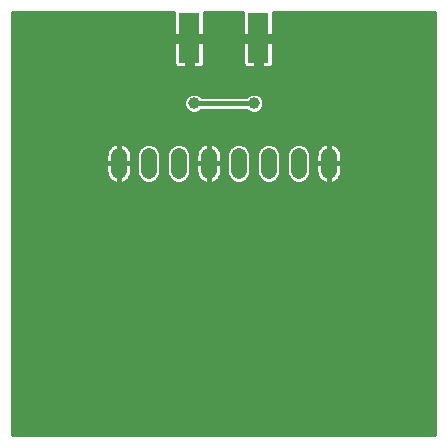
<source format=gbl>
G75*
%MOIN*%
%OFA0B0*%
%FSLAX24Y24*%
%IPPOS*%
%LPD*%
%AMOC8*
5,1,8,0,0,1.08239X$1,22.5*
%
%ADD10R,0.0700X0.1650*%
%ADD11C,0.0520*%
%ADD12C,0.0396*%
%ADD13C,0.0160*%
D10*
X006530Y013847D03*
X008830Y013847D03*
D11*
X009180Y009940D02*
X009180Y009420D01*
X008180Y009420D02*
X008180Y009940D01*
X007180Y009940D02*
X007180Y009420D01*
X006180Y009420D02*
X006180Y009940D01*
X005180Y009940D02*
X005180Y009420D01*
X004180Y009420D02*
X004180Y009940D01*
X010180Y009940D02*
X010180Y009420D01*
X011180Y009420D02*
X011180Y009940D01*
D12*
X008680Y011680D03*
X006680Y011680D03*
X001180Y014180D03*
X001180Y007680D03*
X001180Y001180D03*
X014180Y001180D03*
X014180Y007680D03*
X014180Y014180D03*
D13*
X000660Y014700D02*
X000660Y000660D01*
X014700Y000660D01*
X014700Y014700D01*
X009359Y014700D01*
X009360Y014696D01*
X009360Y013927D01*
X008910Y013927D01*
X008910Y013767D01*
X008910Y012842D01*
X009204Y012842D01*
X009249Y012854D01*
X009291Y012878D01*
X009324Y012912D01*
X009348Y012953D01*
X009360Y012998D01*
X009360Y013767D01*
X008910Y013767D01*
X008750Y013767D01*
X008750Y012842D01*
X008456Y012842D01*
X008411Y012854D01*
X008369Y012878D01*
X008336Y012912D01*
X008312Y012953D01*
X008300Y012998D01*
X008300Y013767D01*
X008750Y013767D01*
X008750Y013927D01*
X008300Y013927D01*
X008300Y014696D01*
X008301Y014700D01*
X007059Y014700D01*
X007060Y014696D01*
X007060Y013927D01*
X006610Y013927D01*
X006610Y013767D01*
X006610Y012842D01*
X006904Y012842D01*
X006949Y012854D01*
X006991Y012878D01*
X007024Y012912D01*
X007048Y012953D01*
X007060Y012998D01*
X007060Y013767D01*
X006610Y013767D01*
X006450Y013767D01*
X006450Y012842D01*
X006156Y012842D01*
X006111Y012854D01*
X006069Y012878D01*
X006036Y012912D01*
X006012Y012953D01*
X006000Y012998D01*
X006000Y013767D01*
X006450Y013767D01*
X006450Y013927D01*
X006000Y013927D01*
X006000Y014696D01*
X006001Y014700D01*
X000660Y014700D01*
X000660Y014604D02*
X006000Y014604D01*
X006000Y014445D02*
X000660Y014445D01*
X000660Y014287D02*
X006000Y014287D01*
X006000Y014128D02*
X000660Y014128D01*
X000660Y013970D02*
X006000Y013970D01*
X006000Y013653D02*
X000660Y013653D01*
X000660Y013811D02*
X006450Y013811D01*
X006450Y013653D02*
X006610Y013653D01*
X006610Y013811D02*
X008750Y013811D01*
X008750Y013653D02*
X008910Y013653D01*
X008910Y013811D02*
X014700Y013811D01*
X014700Y013653D02*
X009360Y013653D01*
X009360Y013494D02*
X014700Y013494D01*
X014700Y013336D02*
X009360Y013336D01*
X009360Y013177D02*
X014700Y013177D01*
X014700Y013019D02*
X009360Y013019D01*
X009259Y012860D02*
X014700Y012860D01*
X014700Y012702D02*
X000660Y012702D01*
X000660Y012860D02*
X006101Y012860D01*
X006000Y013019D02*
X000660Y013019D01*
X000660Y013177D02*
X006000Y013177D01*
X006000Y013336D02*
X000660Y013336D01*
X000660Y013494D02*
X006000Y013494D01*
X006450Y013494D02*
X006610Y013494D01*
X006610Y013336D02*
X006450Y013336D01*
X006450Y013177D02*
X006610Y013177D01*
X006610Y013019D02*
X006450Y013019D01*
X006450Y012860D02*
X006610Y012860D01*
X006959Y012860D02*
X008401Y012860D01*
X008300Y013019D02*
X007060Y013019D01*
X007060Y013177D02*
X008300Y013177D01*
X008300Y013336D02*
X007060Y013336D01*
X007060Y013494D02*
X008300Y013494D01*
X008300Y013653D02*
X007060Y013653D01*
X007060Y013970D02*
X008300Y013970D01*
X008300Y014128D02*
X007060Y014128D01*
X007060Y014287D02*
X008300Y014287D01*
X008300Y014445D02*
X007060Y014445D01*
X007060Y014604D02*
X008300Y014604D01*
X009360Y014604D02*
X014700Y014604D01*
X014700Y014445D02*
X009360Y014445D01*
X009360Y014287D02*
X014700Y014287D01*
X014700Y014128D02*
X009360Y014128D01*
X009360Y013970D02*
X014700Y013970D01*
X014700Y012543D02*
X000660Y012543D01*
X000660Y012385D02*
X014700Y012385D01*
X014700Y012226D02*
X000660Y012226D01*
X000660Y012068D02*
X014700Y012068D01*
X014700Y011909D02*
X008957Y011909D01*
X008984Y011883D02*
X008883Y011984D01*
X008751Y012038D01*
X008609Y012038D01*
X008477Y011984D01*
X008414Y011920D01*
X006946Y011920D01*
X006883Y011984D01*
X006751Y012038D01*
X006609Y012038D01*
X006477Y011984D01*
X006376Y011883D01*
X006322Y011751D01*
X006322Y011609D01*
X006376Y011477D01*
X006477Y011376D01*
X006609Y011322D01*
X006751Y011322D01*
X006883Y011376D01*
X006946Y011440D01*
X008414Y011440D01*
X008477Y011376D01*
X008609Y011322D01*
X008751Y011322D01*
X008883Y011376D01*
X008984Y011477D01*
X009038Y011609D01*
X009038Y011751D01*
X008984Y011883D01*
X009038Y011751D02*
X014700Y011751D01*
X014700Y011592D02*
X009031Y011592D01*
X008940Y011434D02*
X014700Y011434D01*
X014700Y011275D02*
X000660Y011275D01*
X000660Y011117D02*
X014700Y011117D01*
X014700Y010958D02*
X000660Y010958D01*
X000660Y010800D02*
X014700Y010800D01*
X014700Y010641D02*
X000660Y010641D01*
X000660Y010483D02*
X014700Y010483D01*
X014700Y010324D02*
X011396Y010324D01*
X011411Y010316D02*
X011349Y010348D01*
X011283Y010369D01*
X011215Y010380D01*
X011180Y010380D01*
X011180Y009680D01*
X011620Y009680D01*
X011620Y009975D01*
X011609Y010043D01*
X011588Y010109D01*
X011556Y010171D01*
X011516Y010227D01*
X011467Y010276D01*
X011411Y010316D01*
X011559Y010166D02*
X014700Y010166D01*
X014700Y010007D02*
X011615Y010007D01*
X011620Y009849D02*
X014700Y009849D01*
X014700Y009690D02*
X011620Y009690D01*
X011620Y009680D02*
X011180Y009680D01*
X011180Y009680D01*
X011180Y009680D01*
X011180Y008980D01*
X011215Y008980D01*
X011283Y008991D01*
X011349Y009012D01*
X011411Y009044D01*
X011467Y009084D01*
X011516Y009133D01*
X011556Y009189D01*
X011588Y009251D01*
X011609Y009317D01*
X011620Y009385D01*
X011620Y009680D01*
X011620Y009532D02*
X014700Y009532D01*
X014700Y009373D02*
X011618Y009373D01*
X011569Y009215D02*
X014700Y009215D01*
X014700Y009056D02*
X011428Y009056D01*
X011180Y009056D02*
X011180Y009056D01*
X011180Y008980D02*
X011180Y009680D01*
X011180Y009680D01*
X011180Y009680D01*
X010740Y009680D01*
X010740Y009975D01*
X010751Y010043D01*
X010772Y010109D01*
X010804Y010171D01*
X010844Y010227D01*
X010893Y010276D01*
X010949Y010316D01*
X011011Y010348D01*
X011077Y010369D01*
X011145Y010380D01*
X011180Y010380D01*
X011180Y009680D01*
X010740Y009680D01*
X010740Y009385D01*
X010751Y009317D01*
X010772Y009251D01*
X010804Y009189D01*
X010844Y009133D01*
X010893Y009084D01*
X010949Y009044D01*
X011011Y009012D01*
X011077Y008991D01*
X011145Y008980D01*
X011180Y008980D01*
X011180Y009215D02*
X011180Y009215D01*
X010932Y009056D02*
X010399Y009056D01*
X010418Y009064D02*
X010536Y009182D01*
X010600Y009336D01*
X010600Y010024D01*
X010536Y010178D01*
X010418Y010296D01*
X010264Y010360D01*
X010096Y010360D01*
X009942Y010296D01*
X009824Y010178D01*
X009760Y010024D01*
X009760Y009336D01*
X009824Y009182D01*
X009942Y009064D01*
X010096Y009000D01*
X010264Y009000D01*
X010418Y009064D01*
X010549Y009215D02*
X010791Y009215D01*
X010742Y009373D02*
X010600Y009373D01*
X010600Y009532D02*
X010740Y009532D01*
X010740Y009690D02*
X010600Y009690D01*
X010600Y009849D02*
X010740Y009849D01*
X010745Y010007D02*
X010600Y010007D01*
X010541Y010166D02*
X010801Y010166D01*
X010964Y010324D02*
X010350Y010324D01*
X010010Y010324D02*
X009350Y010324D01*
X009418Y010296D02*
X009264Y010360D01*
X009096Y010360D01*
X008942Y010296D01*
X008824Y010178D01*
X008760Y010024D01*
X008760Y009336D01*
X008824Y009182D01*
X008942Y009064D01*
X009096Y009000D01*
X009264Y009000D01*
X009418Y009064D01*
X009536Y009182D01*
X009600Y009336D01*
X009600Y010024D01*
X009536Y010178D01*
X009418Y010296D01*
X009541Y010166D02*
X009819Y010166D01*
X009760Y010007D02*
X009600Y010007D01*
X009600Y009849D02*
X009760Y009849D01*
X009760Y009690D02*
X009600Y009690D01*
X009600Y009532D02*
X009760Y009532D01*
X009760Y009373D02*
X009600Y009373D01*
X009549Y009215D02*
X009811Y009215D01*
X009961Y009056D02*
X009399Y009056D01*
X008961Y009056D02*
X008399Y009056D01*
X008418Y009064D02*
X008536Y009182D01*
X008600Y009336D01*
X008600Y010024D01*
X008536Y010178D01*
X008418Y010296D01*
X008264Y010360D01*
X008096Y010360D01*
X007942Y010296D01*
X007824Y010178D01*
X007760Y010024D01*
X007760Y009336D01*
X007824Y009182D01*
X007942Y009064D01*
X008096Y009000D01*
X008264Y009000D01*
X008418Y009064D01*
X008549Y009215D02*
X008811Y009215D01*
X008760Y009373D02*
X008600Y009373D01*
X008600Y009532D02*
X008760Y009532D01*
X008760Y009690D02*
X008600Y009690D01*
X008600Y009849D02*
X008760Y009849D01*
X008760Y010007D02*
X008600Y010007D01*
X008541Y010166D02*
X008819Y010166D01*
X009010Y010324D02*
X008350Y010324D01*
X008010Y010324D02*
X007396Y010324D01*
X007411Y010316D02*
X007349Y010348D01*
X007283Y010369D01*
X007215Y010380D01*
X007180Y010380D01*
X007180Y009680D01*
X007620Y009680D01*
X007620Y009975D01*
X007609Y010043D01*
X007588Y010109D01*
X007556Y010171D01*
X007516Y010227D01*
X007467Y010276D01*
X007411Y010316D01*
X007559Y010166D02*
X007819Y010166D01*
X007760Y010007D02*
X007615Y010007D01*
X007620Y009849D02*
X007760Y009849D01*
X007760Y009690D02*
X007620Y009690D01*
X007620Y009680D02*
X007180Y009680D01*
X007180Y009680D01*
X007180Y009680D01*
X007180Y008980D01*
X007215Y008980D01*
X007283Y008991D01*
X007349Y009012D01*
X007411Y009044D01*
X007467Y009084D01*
X007516Y009133D01*
X007556Y009189D01*
X007588Y009251D01*
X007609Y009317D01*
X007620Y009385D01*
X007620Y009680D01*
X007620Y009532D02*
X007760Y009532D01*
X007760Y009373D02*
X007618Y009373D01*
X007569Y009215D02*
X007811Y009215D01*
X007961Y009056D02*
X007428Y009056D01*
X007180Y009056D02*
X007180Y009056D01*
X007180Y008980D02*
X007180Y009680D01*
X007180Y009680D01*
X007180Y009680D01*
X006740Y009680D01*
X006740Y009975D01*
X006751Y010043D01*
X006772Y010109D01*
X006804Y010171D01*
X006844Y010227D01*
X006893Y010276D01*
X006949Y010316D01*
X007011Y010348D01*
X007077Y010369D01*
X007145Y010380D01*
X007180Y010380D01*
X007180Y009680D01*
X006740Y009680D01*
X006740Y009385D01*
X006751Y009317D01*
X006772Y009251D01*
X006804Y009189D01*
X006844Y009133D01*
X006893Y009084D01*
X006949Y009044D01*
X007011Y009012D01*
X007077Y008991D01*
X007145Y008980D01*
X007180Y008980D01*
X007180Y009215D02*
X007180Y009215D01*
X006932Y009056D02*
X006399Y009056D01*
X006418Y009064D02*
X006536Y009182D01*
X006600Y009336D01*
X006600Y010024D01*
X006536Y010178D01*
X006418Y010296D01*
X006264Y010360D01*
X006096Y010360D01*
X005942Y010296D01*
X005824Y010178D01*
X005760Y010024D01*
X005760Y009336D01*
X005824Y009182D01*
X005942Y009064D01*
X006096Y009000D01*
X006264Y009000D01*
X006418Y009064D01*
X006549Y009215D02*
X006791Y009215D01*
X006742Y009373D02*
X006600Y009373D01*
X006600Y009532D02*
X006740Y009532D01*
X006740Y009690D02*
X006600Y009690D01*
X006600Y009849D02*
X006740Y009849D01*
X006745Y010007D02*
X006600Y010007D01*
X006541Y010166D02*
X006801Y010166D01*
X006964Y010324D02*
X006350Y010324D01*
X006010Y010324D02*
X005350Y010324D01*
X005418Y010296D02*
X005264Y010360D01*
X005096Y010360D01*
X004942Y010296D01*
X004824Y010178D01*
X004760Y010024D01*
X004760Y009336D01*
X004824Y009182D01*
X004942Y009064D01*
X005096Y009000D01*
X005264Y009000D01*
X005418Y009064D01*
X005536Y009182D01*
X005600Y009336D01*
X005600Y010024D01*
X005536Y010178D01*
X005418Y010296D01*
X005541Y010166D02*
X005819Y010166D01*
X005760Y010007D02*
X005600Y010007D01*
X005600Y009849D02*
X005760Y009849D01*
X005760Y009690D02*
X005600Y009690D01*
X005600Y009532D02*
X005760Y009532D01*
X005760Y009373D02*
X005600Y009373D01*
X005549Y009215D02*
X005811Y009215D01*
X005961Y009056D02*
X005399Y009056D01*
X004961Y009056D02*
X004428Y009056D01*
X004411Y009044D02*
X004467Y009084D01*
X004516Y009133D01*
X004556Y009189D01*
X004588Y009251D01*
X004609Y009317D01*
X004620Y009385D01*
X004620Y009680D01*
X004620Y009975D01*
X004609Y010043D01*
X004588Y010109D01*
X004556Y010171D01*
X004516Y010227D01*
X004467Y010276D01*
X004411Y010316D01*
X004349Y010348D01*
X004283Y010369D01*
X004215Y010380D01*
X004180Y010380D01*
X004180Y009680D01*
X004620Y009680D01*
X004180Y009680D01*
X004180Y009680D01*
X004180Y009680D01*
X004180Y008980D01*
X004215Y008980D01*
X004283Y008991D01*
X004349Y009012D01*
X004411Y009044D01*
X004180Y009056D02*
X004180Y009056D01*
X004180Y008980D02*
X004180Y009680D01*
X004180Y009680D01*
X004180Y009680D01*
X003740Y009680D01*
X003740Y009975D01*
X003751Y010043D01*
X003772Y010109D01*
X003804Y010171D01*
X003844Y010227D01*
X003893Y010276D01*
X003949Y010316D01*
X004011Y010348D01*
X004077Y010369D01*
X004145Y010380D01*
X004180Y010380D01*
X004180Y009680D01*
X003740Y009680D01*
X003740Y009385D01*
X003751Y009317D01*
X003772Y009251D01*
X003804Y009189D01*
X003844Y009133D01*
X003893Y009084D01*
X003949Y009044D01*
X004011Y009012D01*
X004077Y008991D01*
X004145Y008980D01*
X004180Y008980D01*
X004180Y009215D02*
X004180Y009215D01*
X004180Y009373D02*
X004180Y009373D01*
X004180Y009532D02*
X004180Y009532D01*
X004180Y009690D02*
X004180Y009690D01*
X004180Y009849D02*
X004180Y009849D01*
X004180Y010007D02*
X004180Y010007D01*
X004180Y010166D02*
X004180Y010166D01*
X004180Y010324D02*
X004180Y010324D01*
X004396Y010324D02*
X005010Y010324D01*
X004819Y010166D02*
X004559Y010166D01*
X004615Y010007D02*
X004760Y010007D01*
X004760Y009849D02*
X004620Y009849D01*
X004620Y009690D02*
X004760Y009690D01*
X004760Y009532D02*
X004620Y009532D01*
X004618Y009373D02*
X004760Y009373D01*
X004811Y009215D02*
X004569Y009215D01*
X003932Y009056D02*
X000660Y009056D01*
X000660Y008898D02*
X014700Y008898D01*
X014700Y008739D02*
X000660Y008739D01*
X000660Y008581D02*
X014700Y008581D01*
X014700Y008422D02*
X000660Y008422D01*
X000660Y008264D02*
X014700Y008264D01*
X014700Y008105D02*
X000660Y008105D01*
X000660Y007947D02*
X014700Y007947D01*
X014700Y007788D02*
X000660Y007788D01*
X000660Y007630D02*
X014700Y007630D01*
X014700Y007471D02*
X000660Y007471D01*
X000660Y007313D02*
X014700Y007313D01*
X014700Y007154D02*
X000660Y007154D01*
X000660Y006996D02*
X014700Y006996D01*
X014700Y006837D02*
X000660Y006837D01*
X000660Y006679D02*
X014700Y006679D01*
X014700Y006520D02*
X000660Y006520D01*
X000660Y006362D02*
X014700Y006362D01*
X014700Y006203D02*
X000660Y006203D01*
X000660Y006045D02*
X014700Y006045D01*
X014700Y005886D02*
X000660Y005886D01*
X000660Y005728D02*
X014700Y005728D01*
X014700Y005569D02*
X000660Y005569D01*
X000660Y005411D02*
X014700Y005411D01*
X014700Y005252D02*
X000660Y005252D01*
X000660Y005094D02*
X014700Y005094D01*
X014700Y004935D02*
X000660Y004935D01*
X000660Y004777D02*
X014700Y004777D01*
X014700Y004618D02*
X000660Y004618D01*
X000660Y004460D02*
X014700Y004460D01*
X014700Y004301D02*
X000660Y004301D01*
X000660Y004143D02*
X014700Y004143D01*
X014700Y003984D02*
X000660Y003984D01*
X000660Y003826D02*
X014700Y003826D01*
X014700Y003667D02*
X000660Y003667D01*
X000660Y003509D02*
X014700Y003509D01*
X014700Y003350D02*
X000660Y003350D01*
X000660Y003192D02*
X014700Y003192D01*
X014700Y003033D02*
X000660Y003033D01*
X000660Y002875D02*
X014700Y002875D01*
X014700Y002716D02*
X000660Y002716D01*
X000660Y002558D02*
X014700Y002558D01*
X014700Y002399D02*
X000660Y002399D01*
X000660Y002241D02*
X014700Y002241D01*
X014700Y002082D02*
X000660Y002082D01*
X000660Y001924D02*
X014700Y001924D01*
X014700Y001765D02*
X000660Y001765D01*
X000660Y001607D02*
X014700Y001607D01*
X014700Y001448D02*
X000660Y001448D01*
X000660Y001290D02*
X014700Y001290D01*
X014700Y001131D02*
X000660Y001131D01*
X000660Y000973D02*
X014700Y000973D01*
X014700Y000814D02*
X000660Y000814D01*
X000660Y009215D02*
X003791Y009215D01*
X003742Y009373D02*
X000660Y009373D01*
X000660Y009532D02*
X003740Y009532D01*
X003740Y009690D02*
X000660Y009690D01*
X000660Y009849D02*
X003740Y009849D01*
X003745Y010007D02*
X000660Y010007D01*
X000660Y010166D02*
X003801Y010166D01*
X003964Y010324D02*
X000660Y010324D01*
X000660Y011434D02*
X006420Y011434D01*
X006329Y011592D02*
X000660Y011592D01*
X000660Y011751D02*
X006322Y011751D01*
X006403Y011909D02*
X000660Y011909D01*
X006680Y011680D02*
X008680Y011680D01*
X008420Y011434D02*
X006940Y011434D01*
X007180Y010324D02*
X007180Y010324D01*
X007180Y010166D02*
X007180Y010166D01*
X007180Y010007D02*
X007180Y010007D01*
X007180Y009849D02*
X007180Y009849D01*
X007180Y009690D02*
X007180Y009690D01*
X007180Y009532D02*
X007180Y009532D01*
X007180Y009373D02*
X007180Y009373D01*
X008750Y012860D02*
X008910Y012860D01*
X008910Y013019D02*
X008750Y013019D01*
X008750Y013177D02*
X008910Y013177D01*
X008910Y013336D02*
X008750Y013336D01*
X008750Y013494D02*
X008910Y013494D01*
X011180Y010324D02*
X011180Y010324D01*
X011180Y010166D02*
X011180Y010166D01*
X011180Y010007D02*
X011180Y010007D01*
X011180Y009849D02*
X011180Y009849D01*
X011180Y009690D02*
X011180Y009690D01*
X011180Y009532D02*
X011180Y009532D01*
X011180Y009373D02*
X011180Y009373D01*
M02*

</source>
